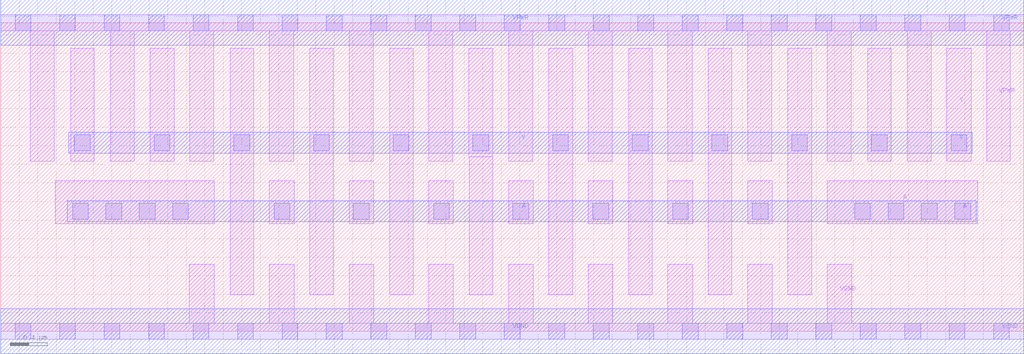
<source format=lef>
# Copyright 2020 The SkyWater PDK Authors
#
# Licensed under the Apache License, Version 2.0 (the "License");
# you may not use this file except in compliance with the License.
# You may obtain a copy of the License at
#
#     https://www.apache.org/licenses/LICENSE-2.0
#
# Unless required by applicable law or agreed to in writing, software
# distributed under the License is distributed on an "AS IS" BASIS,
# WITHOUT WARRANTIES OR CONDITIONS OF ANY KIND, either express or implied.
# See the License for the specific language governing permissions and
# limitations under the License.
#
# SPDX-License-Identifier: Apache-2.0

VERSION 5.7 ;
  NAMESCASESENSITIVE ON ;
  NOWIREEXTENSIONATPIN ON ;
  DIVIDERCHAR "/" ;
  BUSBITCHARS "[]" ;
UNITS
  DATABASE MICRONS 200 ;
END UNITS
MACRO sky130_fd_sc_lp__clkinv_16
  CLASS CORE ;
  SOURCE USER ;
  FOREIGN sky130_fd_sc_lp__clkinv_16 ;
  ORIGIN  0.000000  0.000000 ;
  SIZE  11.04000 BY  3.330000 ;
  SYMMETRY X Y R90 ;
  SITE unit ;
  PIN A
    ANTENNAGATEAREA  5.544000 ;
    DIRECTION INPUT ;
    USE SIGNAL ;
    PORT
      LAYER li1 ;
        RECT 0.590000 1.160000  2.305000 1.625000 ;
        RECT 2.900000 1.160000  3.165000 1.625000 ;
        RECT 3.760000 1.160000  4.025000 1.625000 ;
        RECT 4.620000 1.160000  4.885000 1.625000 ;
        RECT 5.480000 1.160000  5.745000 1.625000 ;
        RECT 6.340000 1.160000  6.605000 1.625000 ;
        RECT 7.200000 1.160000  7.465000 1.625000 ;
        RECT 8.060000 1.160000  8.325000 1.625000 ;
        RECT 8.920000 1.160000 10.545000 1.625000 ;
      LAYER mcon ;
        RECT  0.775000 1.210000  0.945000 1.380000 ;
        RECT  1.135000 1.210000  1.305000 1.380000 ;
        RECT  1.495000 1.210000  1.665000 1.380000 ;
        RECT  1.855000 1.210000  2.025000 1.380000 ;
        RECT  2.950000 1.210000  3.120000 1.380000 ;
        RECT  3.805000 1.210000  3.975000 1.380000 ;
        RECT  4.670000 1.210000  4.840000 1.380000 ;
        RECT  5.525000 1.210000  5.695000 1.380000 ;
        RECT  6.390000 1.210000  6.560000 1.380000 ;
        RECT  7.250000 1.210000  7.420000 1.380000 ;
        RECT  8.110000 1.210000  8.280000 1.380000 ;
        RECT  9.215000 1.210000  9.385000 1.380000 ;
        RECT  9.575000 1.210000  9.745000 1.380000 ;
        RECT  9.935000 1.210000 10.105000 1.380000 ;
        RECT 10.295000 1.210000 10.465000 1.380000 ;
      LAYER met1 ;
        RECT 0.715000 1.180000 10.525000 1.410000 ;
    END
  END A
  PIN Y
    ANTENNADIFFAREA  5.174400 ;
    DIRECTION OUTPUT ;
    USE SIGNAL ;
    PORT
      LAYER li1 ;
        RECT  0.755000 1.835000  1.010000 3.055000 ;
        RECT  1.615000 1.835000  1.870000 3.055000 ;
        RECT  2.475000 0.395000  2.730000 3.055000 ;
        RECT  3.335000 0.395000  3.590000 3.055000 ;
        RECT  4.195000 0.395000  4.450000 3.055000 ;
        RECT  5.050000 1.885000  5.310000 3.055000 ;
        RECT  5.055000 0.395000  5.310000 1.885000 ;
        RECT  5.915000 0.395000  6.170000 3.055000 ;
        RECT  6.775000 0.395000  7.030000 3.055000 ;
        RECT  7.635000 0.395000  7.890000 3.055000 ;
        RECT  8.495000 0.395000  8.750000 3.055000 ;
        RECT  9.355000 1.835000  9.610000 3.055000 ;
        RECT 10.210000 1.835000 10.470000 3.055000 ;
      LAYER mcon ;
        RECT  0.795000 1.950000  0.965000 2.120000 ;
        RECT  1.655000 1.950000  1.825000 2.120000 ;
        RECT  2.515000 1.950000  2.685000 2.120000 ;
        RECT  3.375000 1.950000  3.545000 2.120000 ;
        RECT  4.235000 1.950000  4.405000 2.120000 ;
        RECT  5.095000 1.950000  5.265000 2.120000 ;
        RECT  5.955000 1.950000  6.125000 2.120000 ;
        RECT  6.815000 1.950000  6.985000 2.120000 ;
        RECT  7.675000 1.950000  7.845000 2.120000 ;
        RECT  8.535000 1.950000  8.705000 2.120000 ;
        RECT  9.395000 1.950000  9.565000 2.120000 ;
        RECT 10.255000 1.950000 10.425000 2.120000 ;
      LAYER met1 ;
        RECT 0.735000 1.920000 10.485000 2.150000 ;
    END
  END Y
  PIN VGND
    DIRECTION INOUT ;
    USE GROUND ;
    PORT
      LAYER li1 ;
        RECT 0.000000 -0.085000 11.040000 0.085000 ;
        RECT 2.035000  0.085000  2.305000 0.725000 ;
        RECT 2.900000  0.085000  3.165000 0.725000 ;
        RECT 3.760000  0.085000  4.025000 0.725000 ;
        RECT 4.620000  0.085000  4.885000 0.725000 ;
        RECT 5.480000  0.085000  5.745000 0.725000 ;
        RECT 6.340000  0.085000  6.605000 0.725000 ;
        RECT 7.200000  0.085000  7.465000 0.725000 ;
        RECT 8.060000  0.085000  8.325000 0.725000 ;
        RECT 8.920000  0.085000  9.185000 0.725000 ;
      LAYER mcon ;
        RECT  0.155000 -0.085000  0.325000 0.085000 ;
        RECT  0.635000 -0.085000  0.805000 0.085000 ;
        RECT  1.115000 -0.085000  1.285000 0.085000 ;
        RECT  1.595000 -0.085000  1.765000 0.085000 ;
        RECT  2.075000 -0.085000  2.245000 0.085000 ;
        RECT  2.555000 -0.085000  2.725000 0.085000 ;
        RECT  3.035000 -0.085000  3.205000 0.085000 ;
        RECT  3.515000 -0.085000  3.685000 0.085000 ;
        RECT  3.995000 -0.085000  4.165000 0.085000 ;
        RECT  4.475000 -0.085000  4.645000 0.085000 ;
        RECT  4.955000 -0.085000  5.125000 0.085000 ;
        RECT  5.435000 -0.085000  5.605000 0.085000 ;
        RECT  5.915000 -0.085000  6.085000 0.085000 ;
        RECT  6.395000 -0.085000  6.565000 0.085000 ;
        RECT  6.875000 -0.085000  7.045000 0.085000 ;
        RECT  7.355000 -0.085000  7.525000 0.085000 ;
        RECT  7.835000 -0.085000  8.005000 0.085000 ;
        RECT  8.315000 -0.085000  8.485000 0.085000 ;
        RECT  8.795000 -0.085000  8.965000 0.085000 ;
        RECT  9.275000 -0.085000  9.445000 0.085000 ;
        RECT  9.755000 -0.085000  9.925000 0.085000 ;
        RECT 10.235000 -0.085000 10.405000 0.085000 ;
        RECT 10.715000 -0.085000 10.885000 0.085000 ;
      LAYER met1 ;
        RECT 0.000000 -0.245000 11.040000 0.245000 ;
    END
  END VGND
  PIN VPWR
    DIRECTION INOUT ;
    USE POWER ;
    PORT
      LAYER li1 ;
        RECT  0.000000 3.245000 11.040000 3.415000 ;
        RECT  0.320000 1.835000  0.580000 3.245000 ;
        RECT  1.180000 1.835000  1.440000 3.245000 ;
        RECT  2.040000 1.835000  2.300000 3.245000 ;
        RECT  2.900000 1.835000  3.160000 3.245000 ;
        RECT  3.760000 1.835000  4.020000 3.245000 ;
        RECT  4.620000 1.835000  4.880000 3.245000 ;
        RECT  5.480000 1.835000  5.740000 3.245000 ;
        RECT  6.340000 1.835000  6.600000 3.245000 ;
        RECT  7.200000 1.835000  7.460000 3.245000 ;
        RECT  8.060000 1.835000  8.320000 3.245000 ;
        RECT  8.920000 1.835000  9.180000 3.245000 ;
        RECT  9.780000 1.835000 10.040000 3.245000 ;
        RECT 10.640000 1.835000 10.895000 3.245000 ;
      LAYER mcon ;
        RECT  0.155000 3.245000  0.325000 3.415000 ;
        RECT  0.635000 3.245000  0.805000 3.415000 ;
        RECT  1.115000 3.245000  1.285000 3.415000 ;
        RECT  1.595000 3.245000  1.765000 3.415000 ;
        RECT  2.075000 3.245000  2.245000 3.415000 ;
        RECT  2.555000 3.245000  2.725000 3.415000 ;
        RECT  3.035000 3.245000  3.205000 3.415000 ;
        RECT  3.515000 3.245000  3.685000 3.415000 ;
        RECT  3.995000 3.245000  4.165000 3.415000 ;
        RECT  4.475000 3.245000  4.645000 3.415000 ;
        RECT  4.955000 3.245000  5.125000 3.415000 ;
        RECT  5.435000 3.245000  5.605000 3.415000 ;
        RECT  5.915000 3.245000  6.085000 3.415000 ;
        RECT  6.395000 3.245000  6.565000 3.415000 ;
        RECT  6.875000 3.245000  7.045000 3.415000 ;
        RECT  7.355000 3.245000  7.525000 3.415000 ;
        RECT  7.835000 3.245000  8.005000 3.415000 ;
        RECT  8.315000 3.245000  8.485000 3.415000 ;
        RECT  8.795000 3.245000  8.965000 3.415000 ;
        RECT  9.275000 3.245000  9.445000 3.415000 ;
        RECT  9.755000 3.245000  9.925000 3.415000 ;
        RECT 10.235000 3.245000 10.405000 3.415000 ;
        RECT 10.715000 3.245000 10.885000 3.415000 ;
      LAYER met1 ;
        RECT 0.000000 3.085000 11.040000 3.575000 ;
    END
  END VPWR
END sky130_fd_sc_lp__clkinv_16

</source>
